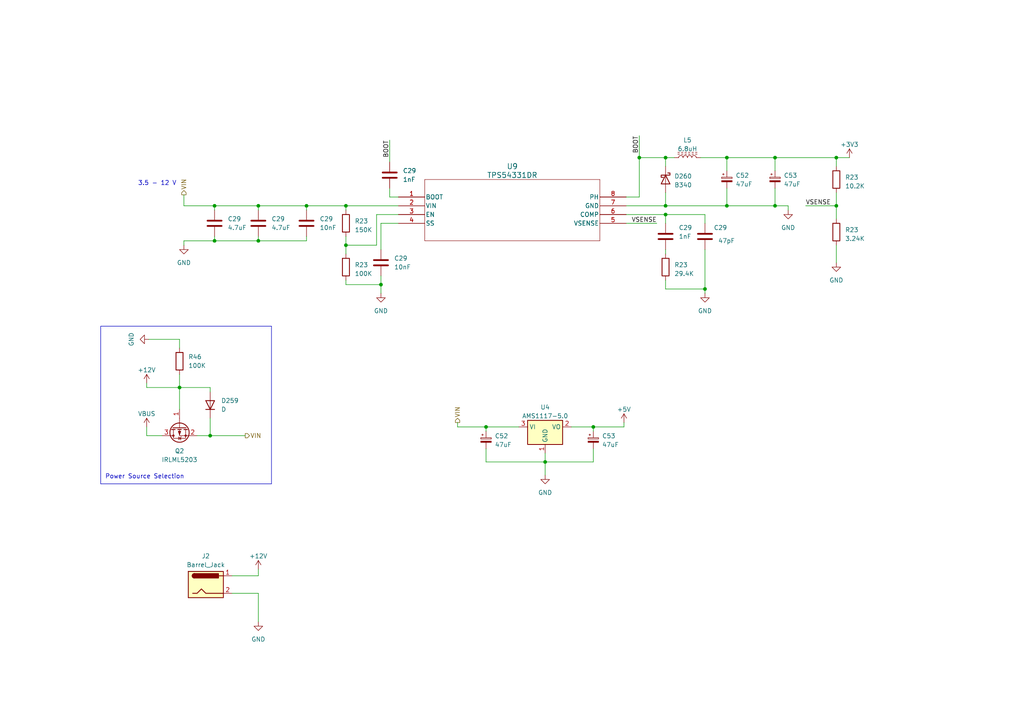
<source format=kicad_sch>
(kicad_sch (version 20230121) (generator eeschema)
  (paper "A4")
  (title_block (title "DC-DC Converter Schematic") (date "2023-07-05") (rev "v1.0") (company "None") (comment 1 "Author : Turgay Hopal"))
  (lib_symbols
    (symbol "Connector:Barrel_Jack" (pin_names (offset 1.016))
      (property "Reference" "J" (at 0 5.334 0))
      (property "Value" "Barrel_Jack" (at 0 -5.08 0))
      (symbol "Barrel_Jack_0_1"
        (rectangle (start -5.08 3.81) (end 5.08 -3.81) (stroke (width 0.254)) (fill (type background)))
        (arc (start -3.302 3.175) (mid -3.9343 2.54) (end -3.302 1.905) (stroke (width 0.254)))
        (arc (start -3.302 3.175) (mid -3.9343 2.54) (end -3.302 1.905) (stroke (width 0.254)) (fill (type outline)))
        (polyline (pts (xy 5.08 2.54) (xy 3.81 2.54)) (stroke (width 0.254)))
        (polyline (pts (xy -3.81 -2.54) (xy -2.54 -2.54) (xy -1.27 -1.27) (xy 0 -2.54) (xy 2.54 -2.54) (xy 5.08 -2.54)) (stroke (width 0.254)))
        (rectangle (start 3.683 3.175) (end -3.302 1.905) (stroke (width 0.254)) (fill (type outline)))
      )
      (symbol "Barrel_Jack_1_1"
        (pin passive line (at 7.62 2.54 180) (length 2.54) (name "~") (number "1"))
        (pin passive line (at 7.62 -2.54 180) (length 2.54) (name "~") (number "2"))
      )
    )
    (symbol "Device:C" (pin_numbers hide) (pin_names (offset 0.254))
      (property "Reference" "C" (at 0.635 2.54 0))
      (property "Value" "C" (at 0.635 -2.54 0))
      (symbol "C_0_1"
        (polyline (pts (xy -2.032 -0.762) (xy 2.032 -0.762)) (stroke (width 0.508)))
        (polyline (pts (xy -2.032 0.762) (xy 2.032 0.762)) (stroke (width 0.508)))
      )
      (symbol "C_1_1"
        (pin passive line (at 0 3.81 270) (length 2.794) (name "~") (number "1"))
        (pin passive line (at 0 -3.81 90) (length 2.794) (name "~") (number "2"))
      )
    )
    (symbol "Device:C_Polarized_Small" (pin_numbers hide) (pin_names (offset 0.254) hide)
      (property "Reference" "C" (at 0.254 1.778 0))
      (property "Value" "C_Polarized_Small" (at 0.254 -2.032 0))
      (symbol "C_Polarized_Small_0_1"
        (rectangle (start -1.524 -0.3048) (end 1.524 -0.6858) (fill (type outline)))
        (rectangle (start -1.524 0.6858) (end 1.524 0.3048))
        (polyline (pts (xy -1.27 1.524) (xy -0.762 1.524)))
        (polyline (pts (xy -1.016 1.27) (xy -1.016 1.778)))
      )
      (symbol "C_Polarized_Small_1_1"
        (pin passive line (at 0 2.54 270) (length 1.8542) (name "~") (number "1"))
        (pin passive line (at 0 -2.54 90) (length 1.8542) (name "~") (number "2"))
      )
    )
    (symbol "Device:D" (pin_numbers hide) (pin_names (offset 1.016) hide)
      (property "Reference" "D" (at 0 2.54 0))
      (property "Value" "D" (at 0 -2.54 0))
      (symbol "D_0_1"
        (polyline (pts (xy -1.27 1.27) (xy -1.27 -1.27)) (stroke (width 0.254)))
        (polyline (pts (xy 1.27 0) (xy -1.27 0)))
        (polyline (pts (xy 1.27 1.27) (xy 1.27 -1.27) (xy -1.27 0) (xy 1.27 1.27)) (stroke (width 0.254)))
      )
      (symbol "D_1_1"
        (pin passive line (at -3.81 0 0) (length 2.54) (name "K") (number "1"))
        (pin passive line (at 3.81 0 180) (length 2.54) (name "A") (number "2"))
      )
    )
    (symbol "Device:L_Ferrite" (pin_numbers hide) (pin_names (offset 1.016) hide)
      (property "Reference" "L" (at -1.27 0 90))
      (property "Value" "L_Ferrite" (at 2.794 0 90))
      (symbol "L_Ferrite_0_1"
        (arc (start 0 -2.54) (mid 0.6323 -1.905) (end 0 -1.27))
        (arc (start 0 -1.27) (mid 0.6323 -0.635) (end 0 0))
        (polyline (pts (xy 1.016 -2.794) (xy 1.016 -2.286)))
        (polyline (pts (xy 1.016 -1.778) (xy 1.016 -1.27)))
        (polyline (pts (xy 1.016 -0.762) (xy 1.016 -0.254)))
        (polyline (pts (xy 1.016 0.254) (xy 1.016 0.762)))
        (polyline (pts (xy 1.016 1.27) (xy 1.016 1.778)))
        (polyline (pts (xy 1.016 2.286) (xy 1.016 2.794)))
        (polyline (pts (xy 1.524 -2.286) (xy 1.524 -2.794)))
        (polyline (pts (xy 1.524 -1.27) (xy 1.524 -1.778)))
        (polyline (pts (xy 1.524 -0.254) (xy 1.524 -0.762)))
        (polyline (pts (xy 1.524 0.762) (xy 1.524 0.254)))
        (polyline (pts (xy 1.524 1.778) (xy 1.524 1.27)))
        (polyline (pts (xy 1.524 2.794) (xy 1.524 2.286)))
        (arc (start 0 0) (mid 0.6323 0.635) (end 0 1.27))
        (arc (start 0 1.27) (mid 0.6323 1.905) (end 0 2.54))
      )
      (symbol "L_Ferrite_1_1"
        (pin passive line (at 0 3.81 270) (length 1.27) (name "1") (number "1"))
        (pin passive line (at 0 -3.81 90) (length 1.27) (name "2") (number "2"))
      )
    )
    (symbol "Device:R" (pin_numbers hide) (pin_names (offset 0))
      (property "Reference" "R" (at 2.032 0 90))
      (property "Value" "R" (at 0 0 90))
      (symbol "R_0_1"
        (rectangle (start -1.016 -2.54) (end 1.016 2.54) (stroke (width 0.254)))
      )
      (symbol "R_1_1"
        (pin passive line (at 0 3.81 270) (length 1.27) (name "~") (number "1"))
        (pin passive line (at 0 -3.81 90) (length 1.27) (name "~") (number "2"))
      )
    )
    (symbol "Diode:B340" (pin_numbers hide) (pin_names (offset 1.016) hide)
      (property "Reference" "D" (at 0 2.54 0))
      (property "Value" "B340" (at 0 -2.54 0))
      (symbol "B340_0_1"
        (polyline (pts (xy 1.27 0) (xy -1.27 0)))
        (polyline (pts (xy 1.27 1.27) (xy 1.27 -1.27) (xy -1.27 0) (xy 1.27 1.27)) (stroke (width 0.254)))
        (polyline (pts (xy -1.905 0.635) (xy -1.905 1.27) (xy -1.27 1.27) (xy -1.27 -1.27) (xy -0.635 -1.27) (xy -0.635 -0.635)) (stroke (width 0.254)))
      )
      (symbol "B340_1_1"
        (pin passive line (at -3.81 0 0) (length 2.54) (name "K") (number "1"))
        (pin passive line (at 3.81 0 180) (length 2.54) (name "A") (number "2"))
      )
    )
    (symbol "Regulator_Linear:AMS1117-5.0"
      (property "Reference" "U" (at -3.81 3.175 0))
      (property "Value" "AMS1117-5.0" (at 0 3.175 0))
      (symbol "AMS1117-5.0_0_1"
        (rectangle (start -5.08 -5.08) (end 5.08 1.905) (stroke (width 0.254)) (fill (type background)))
      )
      (symbol "AMS1117-5.0_1_1"
        (pin power_in line (at 0 -7.62 90) (length 2.54) (name "GND") (number "1"))
        (pin power_out line (at 7.62 0 180) (length 2.54) (name "VO") (number "2"))
        (pin power_in line (at -7.62 0 0) (length 2.54) (name "VI") (number "3"))
      )
    )
    (symbol "TPS54331DR:TPS54331DR" (pin_names (offset 0.254))
      (property "Reference" "U" (at 33.02 10.16 0))
      (property "Value" "TPS54331DR" (at 33.02 7.62 0))
      (symbol "TPS54331DR_0_1"
        (polyline (pts (xy 7.62 -12.7) (xy 58.42 -12.7)) (stroke (width 0.127)))
        (polyline (pts (xy 7.62 5.08) (xy 7.62 -12.7)) (stroke (width 0.127)))
        (polyline (pts (xy 58.42 -12.7) (xy 58.42 5.08)) (stroke (width 0.127)))
        (polyline (pts (xy 58.42 5.08) (xy 7.62 5.08)) (stroke (width 0.127)))
        (pin unspecified line (at 0 0 0) (length 7.62) (name "BOOT") (number "1"))
        (pin input line (at 0 -2.54 0) (length 7.62) (name "VIN") (number "2"))
        (pin unspecified line (at 0 -5.08 0) (length 7.62) (name "EN") (number "3"))
        (pin unspecified line (at 0 -7.62 0) (length 7.62) (name "SS") (number "4"))
        (pin unspecified line (at 66.04 -7.62 180) (length 7.62) (name "VSENSE") (number "5"))
        (pin output line (at 66.04 -5.08 180) (length 7.62) (name "COMP") (number "6"))
        (pin power_in line (at 66.04 -2.54 180) (length 7.62) (name "GND") (number "7"))
        (pin power_in line (at 66.04 0 180) (length 7.62) (name "PH") (number "8"))
      )
    )
    (symbol "Transistor_FET:IRLML5203" (pin_names hide)
      (property "Reference" "Q" (at 5.08 1.905 0))
      (property "Value" "IRLML5203" (at 5.08 0 0))
      (symbol "IRLML5203_0_1"
        (polyline (pts (xy 0.254 0) (xy -2.54 0)))
        (polyline (pts (xy 0.254 1.905) (xy 0.254 -1.905)) (stroke (width 0.254)))
        (polyline (pts (xy 0.762 -1.27) (xy 0.762 -2.286)) (stroke (width 0.254)))
        (polyline (pts (xy 0.762 0.508) (xy 0.762 -0.508)) (stroke (width 0.254)))
        (polyline (pts (xy 0.762 2.286) (xy 0.762 1.27)) (stroke (width 0.254)))
        (polyline (pts (xy 2.54 2.54) (xy 2.54 1.778)))
        (polyline (pts (xy 2.54 -2.54) (xy 2.54 0) (xy 0.762 0)))
        (polyline (pts (xy 0.762 1.778) (xy 3.302 1.778) (xy 3.302 -1.778) (xy 0.762 -1.778)))
        (polyline (pts (xy 2.286 0) (xy 1.27 0.381) (xy 1.27 -0.381) (xy 2.286 0)) (fill (type outline)))
        (polyline (pts (xy 2.794 -0.508) (xy 2.921 -0.381) (xy 3.683 -0.381) (xy 3.81 -0.254)))
        (polyline (pts (xy 3.302 -0.381) (xy 2.921 0.254) (xy 3.683 0.254) (xy 3.302 -0.381)))
        (circle (center 1.651 0) (radius 2.794) (stroke (width 0.254)))
        (circle (center 2.54 -1.778) (radius 0.254) (fill (type outline)))
        (circle (center 2.54 1.778) (radius 0.254) (fill (type outline)))
      )
      (symbol "IRLML5203_1_1"
        (pin input line (at -5.08 0 0) (length 2.54) (name "G") (number "1"))
        (pin passive line (at 2.54 -5.08 90) (length 2.54) (name "S") (number "2"))
        (pin passive line (at 2.54 5.08 270) (length 2.54) (name "D") (number "3"))
      )
    )
    (symbol "power:+12V" (power) (pin_names (offset 0))
      (property "Value" "+12V" (at 0 3.556 0))
      (symbol "+12V_0_1"
        (polyline (pts (xy -0.762 1.27) (xy 0 2.54)))
        (polyline (pts (xy 0 0) (xy 0 2.54)))
        (polyline (pts (xy 0 2.54) (xy 0.762 1.27)))
      )
      (symbol "+12V_1_1"
        (pin power_in line (at 0 0 90) (length 0) hide (name "+12V") (number "1"))
      )
    )
    (symbol "power:+3V3" (power) (pin_names (offset 0))
      (property "Value" "+3V3" (at 0 3.556 0))
      (symbol "+3V3_0_1"
        (polyline (pts (xy -0.762 1.27) (xy 0 2.54)))
        (polyline (pts (xy 0 0) (xy 0 2.54)))
        (polyline (pts (xy 0 2.54) (xy 0.762 1.27)))
      )
      (symbol "+3V3_1_1"
        (pin power_in line (at 0 0 90) (length 0) hide (name "+3V3") (number "1"))
      )
    )
    (symbol "power:+5V" (power) (pin_names (offset 0))
      (property "Value" "+5V" (at 0 3.556 0))
      (symbol "+5V_0_1"
        (polyline (pts (xy -0.762 1.27) (xy 0 2.54)))
        (polyline (pts (xy 0 0) (xy 0 2.54)))
        (polyline (pts (xy 0 2.54) (xy 0.762 1.27)))
      )
      (symbol "+5V_1_1"
        (pin power_in line (at 0 0 90) (length 0) hide (name "+5V") (number "1"))
      )
    )
    (symbol "power:GND" (power) (pin_names (offset 0))
      (property "Value" "GND" (at 0 -3.81 0))
      (symbol "GND_0_1"
        (polyline (pts (xy 0 0) (xy 0 -1.27) (xy 1.27 -1.27) (xy 0 -2.54) (xy -1.27 -1.27) (xy 0 -1.27)))
      )
      (symbol "GND_1_1"
        (pin power_in line (at 0 0 270) (length 0) hide (name "GND") (number "1"))
      )
    )
    (symbol "power:VBUS" (power) (pin_names (offset 0))
      (property "Value" "VBUS" (at 0 3.81 0))
      (symbol "VBUS_0_1"
        (polyline (pts (xy -0.762 1.27) (xy 0 2.54)))
        (polyline (pts (xy 0 0) (xy 0 2.54)))
        (polyline (pts (xy 0 2.54) (xy 0.762 1.27)))
      )
      (symbol "VBUS_1_1"
        (pin power_in line (at 0 0 90) (length 0) hide (name "VBUS") (number "1"))
      )
    )
  )
  (junction (at 88.9 59.69))
  (junction (at 158.115 133.985))
  (junction (at 60.96 126.365))
  (junction (at 140.97 123.825))
  (junction (at 100.33 59.69))
  (junction (at 242.57 45.72))
  (junction (at 210.82 45.72))
  (junction (at 224.79 45.72))
  (junction (at 110.49 82.55))
  (junction (at 193.04 62.23))
  (junction (at 193.04 59.69))
  (junction (at 74.93 59.69))
  (junction (at 185.42 45.72))
  (junction (at 242.57 59.69))
  (junction (at 210.82 59.69))
  (junction (at 100.33 71.12))
  (junction (at 193.04 45.72))
  (junction (at 52.07 112.395))
  (junction (at 204.47 83.82))
  (junction (at 62.23 69.85))
  (junction (at 74.93 69.85))
  (junction (at 62.23 59.69))
  (junction (at 224.79 59.69))
  (junction (at 172.085 123.825))
  (wire (pts (xy 62.23 59.69) (xy 53.34 59.69)))
  (wire (pts (xy 53.34 71.12) (xy 53.34 69.85)))
  (wire (pts (xy 181.61 59.69) (xy 193.04 59.69)))
  (wire (pts (xy 74.93 68.58) (xy 74.93 69.85)))
  (wire (pts (xy 60.96 112.395) (xy 60.96 113.665)))
  (wire (pts (xy 172.085 130.175) (xy 172.085 133.985)))
  (wire (pts (xy 193.04 59.69) (xy 210.82 59.69)))
  (wire (pts (xy 100.33 59.69) (xy 100.33 60.96)))
  (wire (pts (xy 242.57 45.72) (xy 246.38 45.72)))
  (wire (pts (xy 203.2 45.72) (xy 210.82 45.72)))
  (wire (pts (xy 204.47 83.82) (xy 204.47 85.09)))
  (wire (pts (xy 193.04 83.82) (xy 204.47 83.82)))
  (wire (pts (xy 100.33 68.58) (xy 100.33 71.12)))
  (wire (pts (xy 185.42 45.72) (xy 193.04 45.72)))
  (wire (pts (xy 42.545 112.395) (xy 52.07 112.395)))
  (wire (pts (xy 113.03 46.99) (xy 113.03 40.64)))
  (wire (pts (xy 165.735 123.825) (xy 172.085 123.825)))
  (wire (pts (xy 53.34 69.85) (xy 62.23 69.85)))
  (wire (pts (xy 181.61 57.15) (xy 185.42 57.15)))
  (wire (pts (xy 193.04 72.39) (xy 193.04 73.66)))
  (wire (pts (xy 193.04 55.88) (xy 193.04 59.69)))
  (wire (pts (xy 62.23 68.58) (xy 62.23 69.85)))
  (wire (pts (xy 210.82 54.61) (xy 210.82 59.69)))
  (wire (pts (xy 140.97 123.825) (xy 150.495 123.825)))
  (wire (pts (xy 172.085 133.985) (xy 158.115 133.985)))
  (wire (pts (xy 204.47 62.23) (xy 204.47 64.77)))
  (wire (pts (xy 224.79 45.72) (xy 242.57 45.72)))
  (wire (pts (xy 158.115 137.795) (xy 158.115 133.985)))
  (wire (pts (xy 204.47 72.39) (xy 204.47 83.82)))
  (wire (pts (xy 88.9 59.69) (xy 88.9 60.96)))
  (wire (pts (xy 158.115 133.985) (xy 158.115 131.445)))
  (wire (pts (xy 181.61 62.23) (xy 193.04 62.23)))
  (wire (pts (xy 74.93 172.085) (xy 74.93 180.34)))
  (polyline (pts (xy 29.21 94.615) (xy 29.21 140.335)))
  (wire (pts (xy 67.31 172.085) (xy 74.93 172.085)))
  (wire (pts (xy 242.57 55.88) (xy 242.57 59.69)))
  (wire (pts (xy 113.03 57.15) (xy 113.03 54.61)))
  (wire (pts (xy 210.82 59.69) (xy 224.79 59.69)))
  (wire (pts (xy 132.715 122.555) (xy 132.715 123.825)))
  (polyline (pts (xy 29.21 140.335) (xy 78.74 140.335)))
  (wire (pts (xy 62.23 69.85) (xy 74.93 69.85)))
  (wire (pts (xy 242.57 59.69) (xy 242.57 63.5)))
  (wire (pts (xy 180.975 123.825) (xy 172.085 123.825)))
  (wire (pts (xy 109.22 71.12) (xy 109.22 62.23)))
  (wire (pts (xy 74.93 167.005) (xy 67.31 167.005)))
  (wire (pts (xy 113.03 57.15) (xy 115.57 57.15)))
  (wire (pts (xy 193.04 81.28) (xy 193.04 83.82)))
  (wire (pts (xy 140.97 125.095) (xy 140.97 123.825)))
  (wire (pts (xy 52.07 112.395) (xy 52.07 118.745)))
  (wire (pts (xy 242.57 71.12) (xy 242.57 76.2)))
  (wire (pts (xy 140.97 133.985) (xy 158.115 133.985)))
  (wire (pts (xy 242.57 45.72) (xy 242.57 48.26)))
  (wire (pts (xy 233.68 59.69) (xy 242.57 59.69)))
  (wire (pts (xy 132.715 123.825) (xy 140.97 123.825)))
  (wire (pts (xy 43.18 98.425) (xy 52.07 98.425)))
  (wire (pts (xy 110.49 85.09) (xy 110.49 82.55)))
  (wire (pts (xy 100.33 71.12) (xy 100.33 73.66)))
  (wire (pts (xy 193.04 62.23) (xy 193.04 64.77)))
  (wire (pts (xy 100.33 82.55) (xy 110.49 82.55)))
  (wire (pts (xy 60.96 126.365) (xy 71.12 126.365)))
  (wire (pts (xy 172.085 123.825) (xy 172.085 125.095)))
  (wire (pts (xy 74.93 165.1) (xy 74.93 167.005)))
  (wire (pts (xy 110.49 64.77) (xy 110.49 72.39)))
  (wire (pts (xy 88.9 59.69) (xy 74.93 59.69)))
  (wire (pts (xy 42.545 123.825) (xy 42.545 126.365)))
  (wire (pts (xy 74.93 59.69) (xy 74.93 60.96)))
  (wire (pts (xy 210.82 45.72) (xy 210.82 49.53)))
  (wire (pts (xy 185.42 39.37) (xy 185.42 45.72)))
  (wire (pts (xy 224.79 45.72) (xy 224.79 49.53)))
  (wire (pts (xy 52.07 100.965) (xy 52.07 98.425)))
  (wire (pts (xy 224.79 59.69) (xy 228.6 59.69)))
  (wire (pts (xy 224.79 54.61) (xy 224.79 59.69)))
  (wire (pts (xy 62.23 59.69) (xy 62.23 60.96)))
  (wire (pts (xy 115.57 64.77) (xy 110.49 64.77)))
  (polyline (pts (xy 78.74 140.335) (xy 78.74 94.615)))
  (wire (pts (xy 42.545 126.365) (xy 46.99 126.365)))
  (wire (pts (xy 140.97 130.175) (xy 140.97 133.985)))
  (wire (pts (xy 74.93 69.85) (xy 88.9 69.85)))
  (wire (pts (xy 110.49 80.01) (xy 110.49 82.55)))
  (wire (pts (xy 190.5 64.77) (xy 181.61 64.77)))
  (polyline (pts (xy 29.21 94.615) (xy 78.74 94.615)))
  (wire (pts (xy 88.9 69.85) (xy 88.9 68.58)))
  (wire (pts (xy 100.33 81.28) (xy 100.33 82.55)))
  (wire (pts (xy 52.07 112.395) (xy 60.96 112.395)))
  (wire (pts (xy 100.33 59.69) (xy 115.57 59.69)))
  (wire (pts (xy 52.07 108.585) (xy 52.07 112.395)))
  (wire (pts (xy 74.93 59.69) (xy 62.23 59.69)))
  (wire (pts (xy 60.96 126.365) (xy 57.15 126.365)))
  (wire (pts (xy 193.04 62.23) (xy 204.47 62.23)))
  (wire (pts (xy 180.975 122.555) (xy 180.975 123.825)))
  (wire (pts (xy 193.04 45.72) (xy 195.58 45.72)))
  (wire (pts (xy 100.33 71.12) (xy 109.22 71.12)))
  (wire (pts (xy 193.04 45.72) (xy 193.04 48.26)))
  (wire (pts (xy 42.545 111.125) (xy 42.545 112.395)))
  (wire (pts (xy 88.9 59.69) (xy 100.33 59.69)))
  (wire (pts (xy 53.34 59.69) (xy 53.34 56.515)))
  (wire (pts (xy 60.96 121.285) (xy 60.96 126.365)))
  (wire (pts (xy 109.22 62.23) (xy 115.57 62.23)))
  (wire (pts (xy 210.82 45.72) (xy 224.79 45.72)))
  (wire (pts (xy 228.6 59.69) (xy 228.6 60.96)))
  (wire (pts (xy 185.42 57.15) (xy 185.42 45.72)))
  (text "Power Source Selection" (at 30.48 139.065 0) (effects (font (size 1.27 1.27)) (justify left bottom)))
  (text "3.5 - 12 V" (at 40.005 53.975 0) (effects (font (size 1.27 1.27)) (justify left bottom)))
  (label "VSENSE" (at 233.68 59.69 0))
  (label "VSENSE" (at 190.5 64.77 180))
  (label "BOOT" (at 185.42 39.37 270))
  (label "BOOT" (at 113.03 40.64 270))
  (hierarchical_label "VIN" (shape output) (at 132.715 122.555 90))
  (hierarchical_label "VIN" (shape output) (at 53.34 56.515 90))
  (hierarchical_label "VIN" (shape output) (at 71.12 126.365 0))
  (symbol (lib_id "power:+12V") (at 74.93 165.1 0) (unit 1)
    (property "Reference" "#PWR026" (effects hide))
    (property "Value" "+12V" (at 74.93 161.29 0))
  )
  (symbol (lib_id "power:VBUS") (at 42.545 123.825 0) (unit 1)
    (property "Reference" "#PWR089" (effects hide))
    (property "Value" "VBUS" (at 42.545 120.015 0))
    (instances (project "DeskSandGlass" (path "" (reference "#PWR089") (unit 1))) (project "DeskSmartFan" (path "" (reference "#PWR023") (unit 1))))
  )
  (symbol (lib_id "Device:R") (at 242.57 67.31 0) (unit 1)
    (property "Reference" "R23" (at 245.11 66.675 0) (effects (justify left)))
    (property "Value" "3.24K" (at 245.11 69.215 0) (effects (justify left)))
    (property "Footprint" "Resistor_SMD:R_0603_1608Metric" (effects hide))
    (instances (project "DeskSandGlass" (path "" (reference "R23") (unit 1)) (path "" (reference "R51") (unit 1))) (project "DeskSmartFan" (path "" (reference "R13") (unit 1))))
  )
  (symbol (lib_id "power:GND") (at 43.18 98.425 270) (unit 1)
    (property "Reference" "#PWR091" (effects hide))
    (property "Value" "GND" (at 38.1 98.425 0))
    (instances (project "DeskSandGlass" (path "" (reference "#PWR091") (unit 1))) (project "DeskSmartFan" (path "" (reference "#PWR024") (unit 1))))
  )
  (symbol (lib_id "power:+12V") (at 42.545 111.125 0) (unit 1)
    (property "Reference" "#PWR022" (effects hide))
    (property "Value" "+12V" (at 42.545 107.315 0))
  )
  (symbol (lib_id "Device:C") (at 74.93 64.77 0) (unit 1)
    (property "Reference" "C29" (at 78.74 63.5 0) (effects (justify left)))
    (property "Value" "4.7uF" (at 78.74 66.04 0) (effects (justify left)))
    (property "Footprint" "Capacitor_SMD:C_0603_1608Metric" (effects hide))
    (instances (project "DeskSandGlass" (path "" (reference "C29") (unit 1)) (path "" (reference "C46") (unit 1))) (project "DeskSmartFan" (path "" (reference "C17") (unit 1))))
  )
  (symbol (lib_id "power:+5V") (at 180.975 122.555 0) (unit 1)
    (property "Reference" "#PWR030" (effects hide))
    (property "Value" "+5V" (at 180.975 118.745 0))
  )
  (symbol (lib_id "power:GND") (at 242.57 76.2 0) (unit 1)
    (property "Reference" "#PWR095" (effects hide))
    (property "Value" "GND" (at 242.57 81.28 0))
    (instances (project "DeskSandGlass" (path "" (reference "#PWR095") (unit 1))) (project "DeskSmartFan" (path "" (reference "#PWR033") (unit 1))))
  )
  (symbol (lib_id "Device:C_Polarized_Small") (at 172.085 127.635 0) (unit 1)
    (property "Reference" "C53" (at 174.625 126.4539 0) (effects (justify left)))
    (property "Value" "47uF" (at 174.625 128.9939 0) (effects (justify left)))
    (property "Footprint" "Capacitor_SMD:CP_Elec_5x4.4" (effects hide))
    (instances (project "DeskSandGlass" (path "" (reference "C53") (unit 1))) (project "DeskSmartFan" (path "" (reference "C22") (unit 1))))
  )
  (symbol (lib_id "power:+3V3") (at 246.38 45.72 0) (unit 1)
    (property "Reference" "#PWR096" (effects hide))
    (property "Value" "+3V3" (at 246.38 41.91 0))
    (instances (project "DeskSandGlass" (path "" (reference "#PWR096") (unit 1))) (project "DeskSmartFan" (path "" (reference "#PWR034") (unit 1))))
  )
  (symbol (lib_id "Connector:Barrel_Jack") (at 59.69 169.545 0) (unit 1)
    (property "Reference" "J2" (at 59.69 161.29 0))
    (property "Value" "Barrel_Jack" (at 59.69 163.83 0))
    (property "Footprint" "Connector_BarrelJack:BarrelJack_Wuerth_6941xx301002" (effects hide))
  )
  (symbol (lib_id "Device:C") (at 88.9 64.77 0) (unit 1)
    (property "Reference" "C29" (at 92.71 63.5 0) (effects (justify left)))
    (property "Value" "10nF" (at 92.71 66.04 0) (effects (justify left)))
    (property "Footprint" "Capacitor_SMD:C_0603_1608Metric" (effects hide))
    (instances (project "DeskSandGlass" (path "" (reference "C29") (unit 1)) (path "" (reference "C47") (unit 1))) (project "DeskSmartFan" (path "" (reference "C18") (unit 1))))
  )
  (symbol (lib_id "power:GND") (at 158.115 137.795 0) (unit 1)
    (property "Reference" "#PWR092" (effects hide))
    (property "Value" "GND" (at 158.115 142.875 0))
    (instances (project "DeskSandGlass" (path "" (reference "#PWR092") (unit 1))) (project "DeskSmartFan" (path "" (reference "#PWR029") (unit 1))))
  )
  (symbol (lib_id "Device:C") (at 204.47 68.58 0) (unit 1)
    (property "Reference" "C29" (at 207.01 66.04 0) (effects (justify left)))
    (property "Value" "47pF" (at 208.28 69.85 0) (effects (justify left)))
    (property "Footprint" "Capacitor_SMD:C_0603_1608Metric" (effects hide))
    (instances (project "DeskSandGlass" (path "" (reference "C29") (unit 1)) (path "" (reference "C51") (unit 1))) (project "DeskSmartFan" (path "" (reference "C24") (unit 1))))
  )
  (symbol (lib_id "Device:R") (at 193.04 77.47 0) (unit 1)
    (property "Reference" "R23" (at 195.58 76.835 0) (effects (justify left)))
    (property "Value" "29.4K" (at 195.58 79.375 0) (effects (justify left)))
    (property "Footprint" "Resistor_SMD:R_0603_1608Metric" (effects hide))
    (instances (project "DeskSandGlass" (path "" (reference "R23") (unit 1)) (path "" (reference "R49") (unit 1))) (project "DeskSmartFan" (path "" (reference "R11") (unit 1))))
  )
  (symbol (lib_id "Device:C_Polarized_Small") (at 224.79 52.07 0) (unit 1)
    (property "Reference" "C53" (at 227.33 50.8889 0) (effects (justify left)))
    (property "Value" "47uF" (at 227.33 53.4289 0) (effects (justify left)))
    (property "Footprint" "Capacitor_SMD:CP_Elec_5x4.4" (effects hide))
    (instances (project "DeskSandGlass" (path "" (reference "C53") (unit 1))) (project "DeskSmartFan" (path "" (reference "C26") (unit 1))))
  )
  (symbol (lib_id "power:GND") (at 53.34 71.12 0) (unit 1)
    (property "Reference" "#PWR088" (effects hide))
    (property "Value" "GND" (at 53.34 76.2 0))
    (instances (project "DeskSandGlass" (path "" (reference "#PWR088") (unit 1))) (project "DeskSmartFan" (path "" (reference "#PWR025") (unit 1))))
  )
  (symbol (lib_id "TPS54331DR:TPS54331DR") (at 115.57 57.15 0) (unit 1)
    (property "Reference" "U9" (at 148.59 48.26 0) (effects (font (size 1.524 1.524))))
    (property "Value" "TPS54331DR" (at 148.59 50.8 0) (effects (font (size 1.524 1.524))))
    (property "Footprint" "Footprints:D8" (effects hide))
    (property "Datasheet" "TPS54331DR" (effects hide))
    (instances (project "DeskSandGlass" (path "" (reference "U9") (unit 1))) (project "DeskSmartFan" (path "" (reference "U3") (unit 1))))
  )
  (symbol (lib_id "Device:C_Polarized_Small") (at 140.97 127.635 0) (unit 1)
    (property "Reference" "C52" (at 143.51 126.4539 0) (effects (justify left)))
    (property "Value" "47uF" (at 143.51 128.9939 0) (effects (justify left)))
    (property "Footprint" "Capacitor_SMD:CP_Elec_5x4.4" (effects hide))
    (instances (project "DeskSandGlass" (path "" (reference "C52") (unit 1))) (project "DeskSmartFan" (path "" (reference "C21") (unit 1))))
  )
  (symbol (lib_id "power:GND") (at 74.93 180.34 0) (unit 1)
    (property "Reference" "#PWR092" (effects hide))
    (property "Value" "GND" (at 74.93 185.42 0))
    (instances (project "DeskSandGlass" (path "" (reference "#PWR092") (unit 1))) (project "DeskSmartFan" (path "" (reference "#PWR027") (unit 1))))
  )
  (symbol (lib_id "power:GND") (at 110.49 85.09 0) (unit 1)
    (property "Reference" "#PWR092" (effects hide))
    (property "Value" "GND" (at 110.49 90.17 0))
    (instances (project "DeskSandGlass" (path "" (reference "#PWR092") (unit 1))) (project "DeskSmartFan" (path "" (reference "#PWR028") (unit 1))))
  )
  (symbol (lib_id "Device:C") (at 62.23 64.77 0) (unit 1)
    (property "Reference" "C29" (at 66.04 63.5 0) (effects (justify left)))
    (property "Value" "4.7uF" (at 66.04 66.04 0) (effects (justify left)))
    (property "Footprint" "Capacitor_SMD:C_0603_1608Metric" (effects hide))
    (instances (project "DeskSandGlass" (path "" (reference "C29") (unit 1)) (path "" (reference "C45") (unit 1))) (project "DeskSmartFan" (path "" (reference "C16") (unit 1))))
  )
  (symbol (lib_id "Device:R") (at 242.57 52.07 0) (unit 1)
    (property "Reference" "R23" (at 245.11 51.435 0) (effects (justify left)))
    (property "Value" "10.2K" (at 245.11 53.975 0) (effects (justify left)))
    (property "Footprint" "Resistor_SMD:R_0603_1608Metric" (effects hide))
    (instances (project "DeskSandGlass" (path "" (reference "R23") (unit 1)) (path "" (reference "R50") (unit 1))) (project "DeskSmartFan" (path "" (reference "R12") (unit 1))))
  )
  (symbol (lib_id "Regulator_Linear:AMS1117-5.0") (at 158.115 123.825 0) (unit 1)
    (property "Reference" "U4" (at 158.115 118.11 0))
    (property "Value" "AMS1117-5.0" (at 158.115 120.65 0))
    (property "Footprint" "Package_TO_SOT_SMD:SOT-223-3_TabPin2" (effects hide))
    (property "Datasheet" "http://www.advanced-monolithic.com/pdf/ds1117.pdf" (effects hide))
  )
  (symbol (lib_id "Device:C") (at 193.04 68.58 0) (unit 1)
    (property "Reference" "C29" (at 196.85 66.04 0) (effects (justify left)))
    (property "Value" "1nF" (at 196.85 68.58 0) (effects (justify left)))
    (property "Footprint" "Capacitor_SMD:C_0603_1608Metric" (effects hide))
    (instances (project "DeskSandGlass" (path "" (reference "C29") (unit 1)) (path "" (reference "C50") (unit 1))) (project "DeskSmartFan" (path "" (reference "C23") (unit 1))))
  )
  (symbol (lib_id "Device:C_Polarized_Small") (at 210.82 52.07 0) (unit 1)
    (property "Reference" "C52" (at 213.36 50.8889 0) (effects (justify left)))
    (property "Value" "47uF" (at 213.36 53.4289 0) (effects (justify left)))
    (property "Footprint" "Capacitor_SMD:CP_Elec_5x4.4" (effects hide))
    (instances (project "DeskSandGlass" (path "" (reference "C52") (unit 1))) (project "DeskSmartFan" (path "" (reference "C25") (unit 1))))
  )
  (symbol (lib_id "Device:R") (at 100.33 77.47 0) (unit 1)
    (property "Reference" "R23" (at 102.87 76.835 0) (effects (justify left)))
    (property "Value" "100K" (at 102.87 79.375 0) (effects (justify left)))
    (property "Footprint" "Resistor_SMD:R_0603_1608Metric" (effects hide))
    (instances (project "DeskSandGlass" (path "" (reference "R23") (unit 1)) (path "" (reference "R48") (unit 1))) (project "DeskSmartFan" (path "" (reference "R10") (unit 1))))
  )
  (symbol (lib_id "Diode:B340") (at 193.04 52.07 270) (unit 1)
    (property "Reference" "D260" (at 195.58 51.1175 90) (effects (justify left)))
    (property "Value" "B340" (at 195.58 53.6575 90) (effects (justify left)))
    (property "Footprint" "Diode_SMD:D_SMA" (effects hide))
    (property "Datasheet" "http://www.jameco.com/Jameco/Products/ProdDS/1538777.pdf" (effects hide))
    (instances (project "DeskSandGlass" (path "" (reference "D260") (unit 1))) (project "DeskSmartFan" (path "" (reference "D2") (unit 1))))
  )
  (symbol (lib_id "Transistor_FET:IRLML5203") (at 52.07 123.825 90) (mirror x) (unit 1)
    (property "Reference" "Q2" (at 52.07 130.81 90))
    (property "Value" "IRLML5203" (at 52.07 133.35 90))
    (property "Footprint" "Package_TO_SOT_SMD:SOT-23" (effects hide))
    (property "Datasheet" "https://www.infineon.com/dgdl/irlml5203pbf.pdf?fileId=5546d462533600a40153566868da261d" (effects hide))
    (instances (project "DeskSandGlass" (path "" (reference "Q2") (unit 1))) (project "DroneController-v3.1" (path "" (reference "Q2") (unit 1))) (project "DeskSmartFan" (path "" (reference "Q1") (unit 1))))
  )
  (symbol (lib_id "Device:L_Ferrite") (at 199.39 45.72 90) (unit 1)
    (property "Reference" "L5" (at 199.39 40.64 90))
    (property "Value" "6.8uH" (at 199.39 43.18 90))
    (property "Footprint" "Inductor_SMD:L_TracoPower_TCK-047_5.2x5.8mm" (effects hide))
    (instances (project "DeskSandGlass" (path "" (reference "L5") (unit 1))) (project "DeskSmartFan" (path "" (reference "L2") (unit 1))))
  )
  (symbol (lib_id "Device:C") (at 113.03 50.8 0) (unit 1)
    (property "Reference" "C29" (at 116.84 49.53 0) (effects (justify left)))
    (property "Value" "1nF" (at 116.84 52.07 0) (effects (justify left)))
    (property "Footprint" "Capacitor_SMD:C_0603_1608Metric" (effects hide))
    (instances (project "DeskSandGlass" (path "" (reference "C29") (unit 1)) (path "" (reference "C49") (unit 1))) (project "DeskSmartFan" (path "" (reference "C20") (unit 1))))
  )
  (symbol (lib_id "Device:R") (at 100.33 64.77 0) (unit 1)
    (property "Reference" "R23" (at 102.87 64.135 0) (effects (justify left)))
    (property "Value" "150K" (at 102.87 66.675 0) (effects (justify left)))
    (property "Footprint" "Resistor_SMD:R_0603_1608Metric" (effects hide))
    (instances (project "DeskSandGlass" (path "" (reference "R23") (unit 1)) (path "" (reference "R47") (unit 1))) (project "DeskSmartFan" (path "" (reference "R9") (unit 1))))
  )
  (symbol (lib_id "Device:C") (at 110.49 76.2 0) (unit 1)
    (property "Reference" "C29" (at 114.3 74.93 0) (effects (justify left)))
    (property "Value" "10nF" (at 114.3 77.47 0) (effects (justify left)))
    (property "Footprint" "Capacitor_SMD:C_0603_1608Metric" (effects hide))
    (instances (project "DeskSandGlass" (path "" (reference "C29") (unit 1)) (path "" (reference "C48") (unit 1))) (project "DeskSmartFan" (path "" (reference "C19") (unit 1))))
  )
  (symbol (lib_id "power:GND") (at 228.6 60.96 0) (unit 1)
    (property "Reference" "#PWR094" (effects hide))
    (property "Value" "GND" (at 228.6 66.04 0))
    (instances (project "DeskSandGlass" (path "" (reference "#PWR094") (unit 1))) (project "DeskSmartFan" (path "" (reference "#PWR032") (unit 1))))
  )
  (symbol (lib_id "Device:R") (at 52.07 104.775 0) (unit 1)
    (property "Reference" "R46" (at 54.61 103.5049 0) (effects (justify left)))
    (property "Value" "100K" (at 54.61 106.0449 0) (effects (justify left)))
    (property "Footprint" "Resistor_SMD:R_0603_1608Metric" (effects hide))
    (instances (project "DeskSandGlass" (path "" (reference "R46") (unit 1))) (project "DroneController-v3.1" (path "" (reference "R41") (unit 1))) (project "DeskSmartFan" (path "" (reference "R8") (unit 1))))
  )
  (symbol (lib_id "Device:D") (at 60.96 117.475 90) (unit 1)
    (property "Reference" "D259" (at 64.135 116.2049 90) (effects (justify right)))
    (property "Value" "D" (at 64.135 118.7449 90) (effects (justify right)))
    (property "Footprint" "Diode_SMD:D_SMA" (effects hide))
    (instances (project "DeskSandGlass" (path "" (reference "D259") (unit 1))) (project "DroneController-v3.1" (path "" (reference "D8") (unit 1))) (project "DeskSmartFan" (path "" (reference "D1") (unit 1))))
  )
  (symbol (lib_id "power:GND") (at 204.47 85.09 0) (unit 1)
    (property "Reference" "#PWR093" (effects hide))
    (property "Value" "GND" (at 204.47 90.17 0))
    (instances (project "DeskSandGlass" (path "" (reference "#PWR093") (unit 1))) (project "DeskSmartFan" (path "" (reference "#PWR031") (unit 1))))
  )
)
</source>
